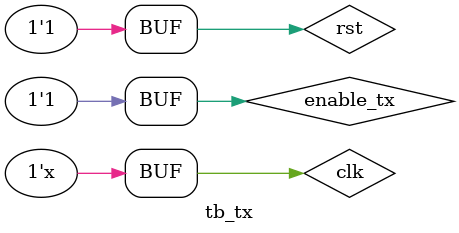
<source format=v>
`timescale 1ns/100ps

`define SEED 9'h1AA

module tb_tx();
    reg rst;
    reg clk;
    reg clk_prbs;
    reg enable_prbs;
    reg enable_tx;
    reg [1:0] clk_counter;
    wire bit_out;
    wire [8:0] tb_tx_out;

    localparam COEF = {8'h0, 8'hfe, 8'hff, 8'h0, 8'h2, 8'h0, 8'hfb, 8'hf5,
                        8'hf9, 8'ha, 8'h25, 8'h3e, 8'h48, 8'h3e, 8'h25, 8'ha, 
                        8'hf9, 8'hf5,8'hfb, 8'h0, 8'h2, 8'h0, 8'hff, 8'hfe};

    initial begin
        rst = 0;
        clk = 1;
        enable_prbs = 0;
        enable_tx = 1;
        clk_counter = 0;
        #8 rst = 1;
    end

    always #1 clk = ~clk;
    always @ (posedge clk) begin
        clk_counter = clk_counter+1;
        if (clk_counter == 0)
            enable_prbs <= 1;
        else
            enable_prbs <= 0;
    end

    prbs
        #(
        .SEED (`SEED)
        )
    prbs_r(
        .clk (clk),
        .rst (rst),
        .enable (enable_prbs),
        .bit_out (bit_out)
        );

    tx
        #(
        .COEF(COEF)
        )
    tx_r(
        .clk (clk),
        .rst (rst),
        .enable (enable_tx),
        .tx_in (bit_out),
        .tx_out (tb_tx_out)
        );
endmodule

</source>
